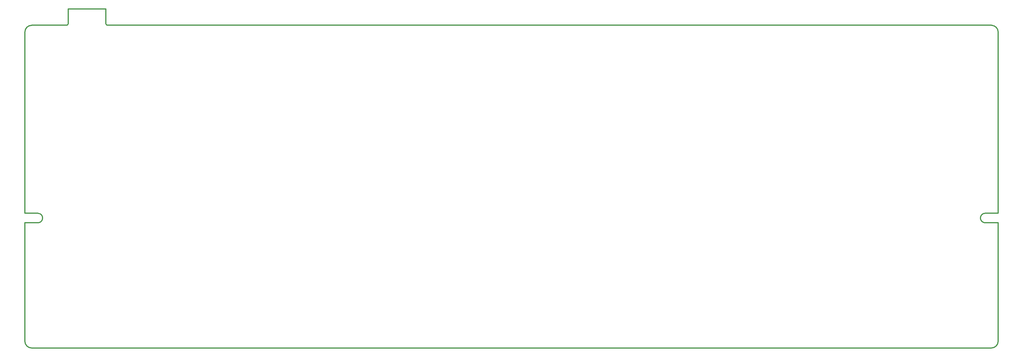
<source format=gm1>
G04 #@! TF.GenerationSoftware,KiCad,Pcbnew,(5.1.2-1)-1*
G04 #@! TF.CreationDate,2019-07-07T19:45:46+02:00*
G04 #@! TF.ProjectId,kicad_pcb,6b696361-645f-4706-9362-2e6b69636164,rev?*
G04 #@! TF.SameCoordinates,Original*
G04 #@! TF.FileFunction,Profile,NP*
%FSLAX46Y46*%
G04 Gerber Fmt 4.6, Leading zero omitted, Abs format (unit mm)*
G04 Created by KiCad (PCBNEW (5.1.2-1)-1) date 2019-07-07 19:45:46*
%MOMM*%
%LPD*%
G04 APERTURE LIST*
%ADD10C,0.300000*%
G04 APERTURE END LIST*
D10*
X65887500Y-40012500D02*
X76087500Y-40012500D01*
X87587500Y-39512500D02*
G75*
G03X88087500Y-40012500I500000J0D01*
G01*
X76087500Y-40012500D02*
G75*
G03X76587500Y-39512500I0J500000D01*
G01*
X76587500Y-35242500D02*
X87587500Y-35242500D01*
X67687500Y-97912500D02*
G75*
G03X69087500Y-96512500I0J1400000D01*
G01*
X345087500Y-95112500D02*
X348887500Y-95112500D01*
X345087500Y-97912500D02*
X348887500Y-97912500D01*
X348887500Y-95112500D02*
X348887500Y-42012500D01*
X348887500Y-97912500D02*
X348887500Y-132612500D01*
X345087500Y-97912500D02*
G75*
G02X343687500Y-96512500I0J1400000D01*
G01*
X343687500Y-96512500D02*
G75*
G02X345087500Y-95112500I1400000J0D01*
G01*
X63887500Y-95112500D02*
X63887500Y-42012500D01*
X67687500Y-95112500D02*
X63887500Y-95112500D01*
X69087500Y-96512500D02*
G75*
G03X67687500Y-95112500I-1400000J0D01*
G01*
X63887500Y-97912500D02*
X67687500Y-97912500D01*
X63887500Y-132612500D02*
X63887500Y-97912500D01*
X348887500Y-42012500D02*
G75*
G03X346887500Y-40012500I-2000000J0D01*
G01*
X346887500Y-134612500D02*
G75*
G03X348887500Y-132612500I0J2000000D01*
G01*
X63887500Y-132612500D02*
G75*
G03X65887500Y-134612500I2000000J0D01*
G01*
X65887500Y-40012500D02*
G75*
G03X63887500Y-42012500I0J-2000000D01*
G01*
X346887500Y-40012500D02*
X88087500Y-40012500D01*
X65887500Y-134612500D02*
X346887500Y-134612500D01*
X76587500Y-39512500D02*
X76587500Y-35242500D01*
X87587500Y-35242500D02*
X87587500Y-39512500D01*
M02*

</source>
